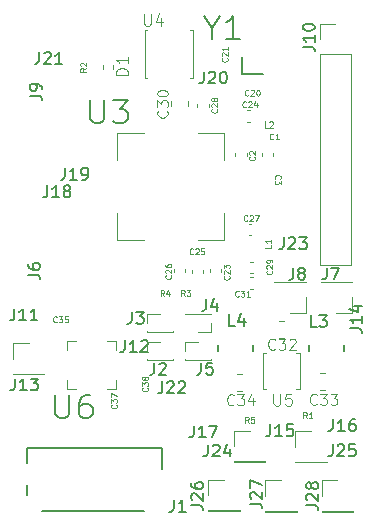
<source format=gbr>
G04 #@! TF.GenerationSoftware,KiCad,Pcbnew,(5.1.0)-1*
G04 #@! TF.CreationDate,2019-07-03T18:49:27-07:00*
G04 #@! TF.ProjectId,MiniScope_V4,4d696e69-5363-46f7-9065-5f56342e6b69,rev?*
G04 #@! TF.SameCoordinates,Original*
G04 #@! TF.FileFunction,Legend,Top*
G04 #@! TF.FilePolarity,Positive*
%FSLAX46Y46*%
G04 Gerber Fmt 4.6, Leading zero omitted, Abs format (unit mm)*
G04 Created by KiCad (PCBNEW (5.1.0)-1) date 2019-07-03 18:49:27*
%MOMM*%
%LPD*%
G04 APERTURE LIST*
%ADD10C,0.100000*%
%ADD11C,0.120000*%
%ADD12C,0.150000*%
%ADD13C,0.200000*%
%ADD14C,0.050000*%
%ADD15C,0.090000*%
G04 APERTURE END LIST*
D10*
X145652400Y-108949400D02*
X145652400Y-106684400D01*
X143387400Y-108949400D02*
X145652400Y-108949400D01*
X136592400Y-108949400D02*
X136592400Y-106684400D01*
X138857400Y-108949400D02*
X136592400Y-108949400D01*
X136592400Y-99889400D02*
X136592400Y-102154400D01*
X138857400Y-99889400D02*
X136592400Y-99889400D01*
X145652400Y-99889400D02*
X145652400Y-102154400D01*
X143387400Y-99889400D02*
X145652400Y-99889400D01*
D11*
X151670000Y-125120000D02*
X153000000Y-125120000D01*
X151670000Y-126450000D02*
X151670000Y-125120000D01*
X151670000Y-127720000D02*
X154330000Y-127720000D01*
X154330000Y-127720000D02*
X154330000Y-127780000D01*
X151670000Y-127720000D02*
X151670000Y-127780000D01*
X151670000Y-127780000D02*
X154330000Y-127780000D01*
X153890000Y-129310000D02*
X155220000Y-129310000D01*
X153890000Y-130640000D02*
X153890000Y-129310000D01*
X153890000Y-131910000D02*
X156550000Y-131910000D01*
X156550000Y-131910000D02*
X156550000Y-131970000D01*
X153890000Y-131910000D02*
X153890000Y-131970000D01*
X153890000Y-131970000D02*
X156550000Y-131970000D01*
X149120000Y-129310000D02*
X150450000Y-129310000D01*
X149120000Y-130640000D02*
X149120000Y-129310000D01*
X149120000Y-131910000D02*
X151780000Y-131910000D01*
X151780000Y-131910000D02*
X151780000Y-131970000D01*
X149120000Y-131910000D02*
X149120000Y-131970000D01*
X149120000Y-131970000D02*
X151780000Y-131970000D01*
X144300000Y-129260000D02*
X145630000Y-129260000D01*
X144300000Y-130590000D02*
X144300000Y-129260000D01*
X144300000Y-131860000D02*
X146960000Y-131860000D01*
X146960000Y-131860000D02*
X146960000Y-131920000D01*
X144300000Y-131860000D02*
X144300000Y-131920000D01*
X144300000Y-131920000D02*
X146960000Y-131920000D01*
X152540000Y-115140000D02*
X151210000Y-115140000D01*
X152540000Y-113810000D02*
X152540000Y-115140000D01*
X152540000Y-112540000D02*
X149880000Y-112540000D01*
X149880000Y-112540000D02*
X149880000Y-112480000D01*
X152540000Y-112540000D02*
X152540000Y-112480000D01*
X152540000Y-112480000D02*
X149880000Y-112480000D01*
X156460000Y-115160000D02*
X155130000Y-115160000D01*
X156460000Y-113830000D02*
X156460000Y-115160000D01*
X156460000Y-112560000D02*
X153800000Y-112560000D01*
X153800000Y-112560000D02*
X153800000Y-112500000D01*
X156460000Y-112560000D02*
X156460000Y-112500000D01*
X156460000Y-112500000D02*
X153800000Y-112500000D01*
X146450000Y-125110000D02*
X147780000Y-125110000D01*
X146450000Y-126440000D02*
X146450000Y-125110000D01*
X146450000Y-127710000D02*
X149110000Y-127710000D01*
X149110000Y-127710000D02*
X149110000Y-127770000D01*
X146450000Y-127710000D02*
X146450000Y-127770000D01*
X146450000Y-127770000D02*
X149110000Y-127770000D01*
X127750000Y-117670000D02*
X129080000Y-117670000D01*
X127750000Y-119000000D02*
X127750000Y-117670000D01*
X127750000Y-120270000D02*
X130410000Y-120270000D01*
X130410000Y-120270000D02*
X130410000Y-120330000D01*
X127750000Y-120270000D02*
X127750000Y-120330000D01*
X127750000Y-120330000D02*
X130410000Y-120330000D01*
X153711600Y-90643400D02*
X155041600Y-90643400D01*
X153711600Y-91973400D02*
X153711600Y-90643400D01*
X153711600Y-93243400D02*
X156371600Y-93243400D01*
X156371600Y-93243400D02*
X156371600Y-111083400D01*
X153711600Y-93243400D02*
X153711600Y-111083400D01*
X153711600Y-111083400D02*
X156371600Y-111083400D01*
X139108160Y-115206240D02*
X140218160Y-115206240D01*
X139108160Y-115966240D02*
X139108160Y-115206240D01*
X140781631Y-116726240D02*
X141328160Y-116726240D01*
X139108160Y-116726240D02*
X139654689Y-116726240D01*
X141328160Y-116726240D02*
X141328160Y-116661240D01*
X139108160Y-116726240D02*
X139108160Y-116661240D01*
X139108160Y-116726240D02*
X141328160Y-116726240D01*
X144533640Y-116726240D02*
X143423640Y-116726240D01*
X144533640Y-115966240D02*
X144533640Y-116726240D01*
X142860169Y-115206240D02*
X142313640Y-115206240D01*
X144533640Y-115206240D02*
X143987111Y-115206240D01*
X142313640Y-115206240D02*
X142313640Y-115271240D01*
X144533640Y-115206240D02*
X144533640Y-115271240D01*
X144533640Y-115206240D02*
X142313640Y-115206240D01*
X142300000Y-117590000D02*
X143410000Y-117590000D01*
X142300000Y-118350000D02*
X142300000Y-117590000D01*
X143973471Y-119110000D02*
X144520000Y-119110000D01*
X142300000Y-119110000D02*
X142846529Y-119110000D01*
X144520000Y-119110000D02*
X144520000Y-119045000D01*
X142300000Y-119110000D02*
X142300000Y-119045000D01*
X142300000Y-119110000D02*
X144520000Y-119110000D01*
X139118320Y-117604000D02*
X140228320Y-117604000D01*
X139118320Y-118364000D02*
X139118320Y-117604000D01*
X140791791Y-119124000D02*
X141338320Y-119124000D01*
X139118320Y-119124000D02*
X139664849Y-119124000D01*
X141338320Y-119124000D02*
X141338320Y-119059000D01*
X139118320Y-119124000D02*
X139118320Y-119059000D01*
X139118320Y-119124000D02*
X141338320Y-119124000D01*
D10*
X146590399Y-101613041D02*
X146590399Y-101863041D01*
X147550399Y-101613041D02*
X147550399Y-101863041D01*
X147585440Y-98940560D02*
X147835440Y-98940560D01*
X147585440Y-97980560D02*
X147835440Y-97980560D01*
X148800399Y-101613041D02*
X148800399Y-101863041D01*
X149760399Y-101613041D02*
X149760399Y-101863041D01*
X136441400Y-121577200D02*
X136441400Y-120817200D01*
X135681400Y-121577200D02*
X136441400Y-121577200D01*
X132341400Y-121577200D02*
X132341400Y-120817200D01*
X133101400Y-121577200D02*
X132341400Y-121577200D01*
X132341400Y-117477200D02*
X132341400Y-118237200D01*
X133101400Y-117477200D02*
X132341400Y-117477200D01*
X136441400Y-117477200D02*
X136441400Y-118237200D01*
X135681400Y-117477200D02*
X136441400Y-117477200D01*
D12*
X128940600Y-129738200D02*
X128940600Y-130538200D01*
X138840600Y-131938200D02*
X130240600Y-131938200D01*
X140340600Y-126538200D02*
X140340600Y-128338200D01*
X128940600Y-126538200D02*
X128940600Y-127838200D01*
X140340600Y-126538200D02*
X128940600Y-126538200D01*
X152779600Y-118353360D02*
X152779600Y-117853360D01*
X155779600Y-117853360D02*
X155779600Y-118353360D01*
D10*
X148919600Y-118515800D02*
X149189600Y-118515800D01*
X148919600Y-121615800D02*
X148919600Y-118515800D01*
X149189600Y-121615800D02*
X148919600Y-121615800D01*
X152019600Y-118515800D02*
X151749600Y-118515800D01*
X152019600Y-121615800D02*
X152019600Y-118515800D01*
X151749600Y-121615800D02*
X152019600Y-121615800D01*
X138914600Y-91188000D02*
X139109600Y-91188000D01*
X138914600Y-95248000D02*
X138914600Y-91188000D01*
X139109600Y-95248000D02*
X138914600Y-95248000D01*
X142974600Y-91188000D02*
X142779600Y-91188000D01*
X142974600Y-95248000D02*
X142974600Y-91188000D01*
X142779600Y-95248000D02*
X142974600Y-95248000D01*
X136238400Y-94505200D02*
X136238400Y-94115200D01*
X135338400Y-94505200D02*
X135338400Y-94115200D01*
D12*
X147116800Y-94945200D02*
X148945600Y-94945200D01*
X147116800Y-93446600D02*
X147116800Y-94945200D01*
X145113880Y-118322880D02*
X145113880Y-117822880D01*
X148113880Y-117822880D02*
X148113880Y-118322880D01*
D10*
X146744160Y-121725920D02*
X147154160Y-121725920D01*
X146744160Y-120325920D02*
X147154160Y-120325920D01*
X154157360Y-120229400D02*
X153747360Y-120229400D01*
X154157360Y-121629400D02*
X153747360Y-121629400D01*
X150718200Y-115855520D02*
X150308200Y-115855520D01*
X150718200Y-117255520D02*
X150308200Y-117255520D01*
X147790080Y-113083280D02*
X148040080Y-113083280D01*
X147790080Y-112123280D02*
X148040080Y-112123280D01*
X142559000Y-97606800D02*
X142559000Y-97196800D01*
X141159000Y-97606800D02*
X141159000Y-97196800D01*
X147790080Y-111762480D02*
X148040080Y-111762480D01*
X147790080Y-110802480D02*
X148040080Y-110802480D01*
X144320200Y-97743000D02*
X144320200Y-97493000D01*
X143360200Y-97743000D02*
X143360200Y-97493000D01*
X147697200Y-108557000D02*
X147947200Y-108557000D01*
X147697200Y-107597000D02*
X147947200Y-107597000D01*
X141358680Y-111452120D02*
X141358680Y-111702120D01*
X142318680Y-111452120D02*
X142318680Y-111702120D01*
X142908080Y-111482600D02*
X142908080Y-111732600D01*
X143868080Y-111482600D02*
X143868080Y-111732600D01*
X144432080Y-111457200D02*
X144432080Y-111707200D01*
X145392080Y-111457200D02*
X145392080Y-111707200D01*
D13*
X134315390Y-97101161D02*
X134315390Y-98720209D01*
X134410628Y-98910685D01*
X134505866Y-99005923D01*
X134696342Y-99101161D01*
X135077295Y-99101161D01*
X135267771Y-99005923D01*
X135363009Y-98910685D01*
X135458247Y-98720209D01*
X135458247Y-97101161D01*
X136220152Y-97101161D02*
X137458247Y-97101161D01*
X136791580Y-97863066D01*
X137077295Y-97863066D01*
X137267771Y-97958304D01*
X137363009Y-98053542D01*
X137458247Y-98244019D01*
X137458247Y-98720209D01*
X137363009Y-98910685D01*
X137267771Y-99005923D01*
X137077295Y-99101161D01*
X136505866Y-99101161D01*
X136315390Y-99005923D01*
X136220152Y-98910685D01*
D12*
X154810476Y-126272380D02*
X154810476Y-126986666D01*
X154762857Y-127129523D01*
X154667619Y-127224761D01*
X154524761Y-127272380D01*
X154429523Y-127272380D01*
X155239047Y-126367619D02*
X155286666Y-126320000D01*
X155381904Y-126272380D01*
X155620000Y-126272380D01*
X155715238Y-126320000D01*
X155762857Y-126367619D01*
X155810476Y-126462857D01*
X155810476Y-126558095D01*
X155762857Y-126700952D01*
X155191428Y-127272380D01*
X155810476Y-127272380D01*
X156715238Y-126272380D02*
X156239047Y-126272380D01*
X156191428Y-126748571D01*
X156239047Y-126700952D01*
X156334285Y-126653333D01*
X156572380Y-126653333D01*
X156667619Y-126700952D01*
X156715238Y-126748571D01*
X156762857Y-126843809D01*
X156762857Y-127081904D01*
X156715238Y-127177142D01*
X156667619Y-127224761D01*
X156572380Y-127272380D01*
X156334285Y-127272380D01*
X156239047Y-127224761D01*
X156191428Y-127177142D01*
X152592380Y-131429523D02*
X153306666Y-131429523D01*
X153449523Y-131477142D01*
X153544761Y-131572380D01*
X153592380Y-131715238D01*
X153592380Y-131810476D01*
X152687619Y-131000952D02*
X152640000Y-130953333D01*
X152592380Y-130858095D01*
X152592380Y-130620000D01*
X152640000Y-130524761D01*
X152687619Y-130477142D01*
X152782857Y-130429523D01*
X152878095Y-130429523D01*
X153020952Y-130477142D01*
X153592380Y-131048571D01*
X153592380Y-130429523D01*
X153020952Y-129858095D02*
X152973333Y-129953333D01*
X152925714Y-130000952D01*
X152830476Y-130048571D01*
X152782857Y-130048571D01*
X152687619Y-130000952D01*
X152640000Y-129953333D01*
X152592380Y-129858095D01*
X152592380Y-129667619D01*
X152640000Y-129572380D01*
X152687619Y-129524761D01*
X152782857Y-129477142D01*
X152830476Y-129477142D01*
X152925714Y-129524761D01*
X152973333Y-129572380D01*
X153020952Y-129667619D01*
X153020952Y-129858095D01*
X153068571Y-129953333D01*
X153116190Y-130000952D01*
X153211428Y-130048571D01*
X153401904Y-130048571D01*
X153497142Y-130000952D01*
X153544761Y-129953333D01*
X153592380Y-129858095D01*
X153592380Y-129667619D01*
X153544761Y-129572380D01*
X153497142Y-129524761D01*
X153401904Y-129477142D01*
X153211428Y-129477142D01*
X153116190Y-129524761D01*
X153068571Y-129572380D01*
X153020952Y-129667619D01*
X147842380Y-131299523D02*
X148556666Y-131299523D01*
X148699523Y-131347142D01*
X148794761Y-131442380D01*
X148842380Y-131585238D01*
X148842380Y-131680476D01*
X147937619Y-130870952D02*
X147890000Y-130823333D01*
X147842380Y-130728095D01*
X147842380Y-130490000D01*
X147890000Y-130394761D01*
X147937619Y-130347142D01*
X148032857Y-130299523D01*
X148128095Y-130299523D01*
X148270952Y-130347142D01*
X148842380Y-130918571D01*
X148842380Y-130299523D01*
X147842380Y-129966190D02*
X147842380Y-129299523D01*
X148842380Y-129728095D01*
X142822380Y-131419523D02*
X143536666Y-131419523D01*
X143679523Y-131467142D01*
X143774761Y-131562380D01*
X143822380Y-131705238D01*
X143822380Y-131800476D01*
X142917619Y-130990952D02*
X142870000Y-130943333D01*
X142822380Y-130848095D01*
X142822380Y-130610000D01*
X142870000Y-130514761D01*
X142917619Y-130467142D01*
X143012857Y-130419523D01*
X143108095Y-130419523D01*
X143250952Y-130467142D01*
X143822380Y-131038571D01*
X143822380Y-130419523D01*
X142822380Y-129562380D02*
X142822380Y-129752857D01*
X142870000Y-129848095D01*
X142917619Y-129895714D01*
X143060476Y-129990952D01*
X143250952Y-130038571D01*
X143631904Y-130038571D01*
X143727142Y-129990952D01*
X143774761Y-129943333D01*
X143822380Y-129848095D01*
X143822380Y-129657619D01*
X143774761Y-129562380D01*
X143727142Y-129514761D01*
X143631904Y-129467142D01*
X143393809Y-129467142D01*
X143298571Y-129514761D01*
X143250952Y-129562380D01*
X143203333Y-129657619D01*
X143203333Y-129848095D01*
X143250952Y-129943333D01*
X143298571Y-129990952D01*
X143393809Y-130038571D01*
X151483066Y-111310980D02*
X151483066Y-112025266D01*
X151435447Y-112168123D01*
X151340209Y-112263361D01*
X151197352Y-112310980D01*
X151102114Y-112310980D01*
X152102114Y-111739552D02*
X152006876Y-111691933D01*
X151959257Y-111644314D01*
X151911638Y-111549076D01*
X151911638Y-111501457D01*
X151959257Y-111406219D01*
X152006876Y-111358600D01*
X152102114Y-111310980D01*
X152292590Y-111310980D01*
X152387828Y-111358600D01*
X152435447Y-111406219D01*
X152483066Y-111501457D01*
X152483066Y-111549076D01*
X152435447Y-111644314D01*
X152387828Y-111691933D01*
X152292590Y-111739552D01*
X152102114Y-111739552D01*
X152006876Y-111787171D01*
X151959257Y-111834790D01*
X151911638Y-111930028D01*
X151911638Y-112120504D01*
X151959257Y-112215742D01*
X152006876Y-112263361D01*
X152102114Y-112310980D01*
X152292590Y-112310980D01*
X152387828Y-112263361D01*
X152435447Y-112215742D01*
X152483066Y-112120504D01*
X152483066Y-111930028D01*
X152435447Y-111834790D01*
X152387828Y-111787171D01*
X152292590Y-111739552D01*
X154326166Y-111300980D02*
X154326166Y-112015266D01*
X154278547Y-112158123D01*
X154183309Y-112253361D01*
X154040452Y-112300980D01*
X153945214Y-112300980D01*
X154707119Y-111300980D02*
X155373785Y-111300980D01*
X154945214Y-112300980D01*
X144240476Y-126292380D02*
X144240476Y-127006666D01*
X144192857Y-127149523D01*
X144097619Y-127244761D01*
X143954761Y-127292380D01*
X143859523Y-127292380D01*
X144669047Y-126387619D02*
X144716666Y-126340000D01*
X144811904Y-126292380D01*
X145050000Y-126292380D01*
X145145238Y-126340000D01*
X145192857Y-126387619D01*
X145240476Y-126482857D01*
X145240476Y-126578095D01*
X145192857Y-126720952D01*
X144621428Y-127292380D01*
X145240476Y-127292380D01*
X146097619Y-126625714D02*
X146097619Y-127292380D01*
X145859523Y-126244761D02*
X145621428Y-126959047D01*
X146240476Y-126959047D01*
X127911476Y-120693380D02*
X127911476Y-121407666D01*
X127863857Y-121550523D01*
X127768619Y-121645761D01*
X127625761Y-121693380D01*
X127530523Y-121693380D01*
X128911476Y-121693380D02*
X128340047Y-121693380D01*
X128625761Y-121693380D02*
X128625761Y-120693380D01*
X128530523Y-120836238D01*
X128435285Y-120931476D01*
X128340047Y-120979095D01*
X129244809Y-120693380D02*
X129863857Y-120693380D01*
X129530523Y-121074333D01*
X129673380Y-121074333D01*
X129768619Y-121121952D01*
X129816238Y-121169571D01*
X129863857Y-121264809D01*
X129863857Y-121502904D01*
X129816238Y-121598142D01*
X129768619Y-121645761D01*
X129673380Y-121693380D01*
X129387666Y-121693380D01*
X129292428Y-121645761D01*
X129244809Y-121598142D01*
X152292380Y-92609523D02*
X153006666Y-92609523D01*
X153149523Y-92657142D01*
X153244761Y-92752380D01*
X153292380Y-92895238D01*
X153292380Y-92990476D01*
X153292380Y-91609523D02*
X153292380Y-92180952D01*
X153292380Y-91895238D02*
X152292380Y-91895238D01*
X152435238Y-91990476D01*
X152530476Y-92085714D01*
X152578095Y-92180952D01*
X152292380Y-90990476D02*
X152292380Y-90895238D01*
X152340000Y-90800000D01*
X152387619Y-90752380D01*
X152482857Y-90704761D01*
X152673333Y-90657142D01*
X152911428Y-90657142D01*
X153101904Y-90704761D01*
X153197142Y-90752380D01*
X153244761Y-90800000D01*
X153292380Y-90895238D01*
X153292380Y-90990476D01*
X153244761Y-91085714D01*
X153197142Y-91133333D01*
X153101904Y-91180952D01*
X152911428Y-91228571D01*
X152673333Y-91228571D01*
X152482857Y-91180952D01*
X152387619Y-91133333D01*
X152340000Y-91085714D01*
X152292380Y-90990476D01*
D14*
X147716666Y-124446190D02*
X147550000Y-124208095D01*
X147430952Y-124446190D02*
X147430952Y-123946190D01*
X147621428Y-123946190D01*
X147669047Y-123970000D01*
X147692857Y-123993809D01*
X147716666Y-124041428D01*
X147716666Y-124112857D01*
X147692857Y-124160476D01*
X147669047Y-124184285D01*
X147621428Y-124208095D01*
X147430952Y-124208095D01*
X148169047Y-123946190D02*
X147930952Y-123946190D01*
X147907142Y-124184285D01*
X147930952Y-124160476D01*
X147978571Y-124136666D01*
X148097619Y-124136666D01*
X148145238Y-124160476D01*
X148169047Y-124184285D01*
X148192857Y-124231904D01*
X148192857Y-124350952D01*
X148169047Y-124398571D01*
X148145238Y-124422380D01*
X148097619Y-124446190D01*
X147978571Y-124446190D01*
X147930952Y-124422380D01*
X147907142Y-124398571D01*
X152636666Y-124056190D02*
X152470000Y-123818095D01*
X152350952Y-124056190D02*
X152350952Y-123556190D01*
X152541428Y-123556190D01*
X152589047Y-123580000D01*
X152612857Y-123603809D01*
X152636666Y-123651428D01*
X152636666Y-123722857D01*
X152612857Y-123770476D01*
X152589047Y-123794285D01*
X152541428Y-123818095D01*
X152350952Y-123818095D01*
X153112857Y-124056190D02*
X152827142Y-124056190D01*
X152970000Y-124056190D02*
X152970000Y-123556190D01*
X152922380Y-123627619D01*
X152874761Y-123675238D01*
X152827142Y-123699047D01*
D12*
X137806666Y-115052380D02*
X137806666Y-115766666D01*
X137759047Y-115909523D01*
X137663809Y-116004761D01*
X137520952Y-116052380D01*
X137425714Y-116052380D01*
X138187619Y-115052380D02*
X138806666Y-115052380D01*
X138473333Y-115433333D01*
X138616190Y-115433333D01*
X138711428Y-115480952D01*
X138759047Y-115528571D01*
X138806666Y-115623809D01*
X138806666Y-115861904D01*
X138759047Y-115957142D01*
X138711428Y-116004761D01*
X138616190Y-116052380D01*
X138330476Y-116052380D01*
X138235238Y-116004761D01*
X138187619Y-115957142D01*
X144106666Y-113952380D02*
X144106666Y-114666666D01*
X144059047Y-114809523D01*
X143963809Y-114904761D01*
X143820952Y-114952380D01*
X143725714Y-114952380D01*
X145011428Y-114285714D02*
X145011428Y-114952380D01*
X144773333Y-113904761D02*
X144535238Y-114619047D01*
X145154285Y-114619047D01*
X143676666Y-119362380D02*
X143676666Y-120076666D01*
X143629047Y-120219523D01*
X143533809Y-120314761D01*
X143390952Y-120362380D01*
X143295714Y-120362380D01*
X144629047Y-119362380D02*
X144152857Y-119362380D01*
X144105238Y-119838571D01*
X144152857Y-119790952D01*
X144248095Y-119743333D01*
X144486190Y-119743333D01*
X144581428Y-119790952D01*
X144629047Y-119838571D01*
X144676666Y-119933809D01*
X144676666Y-120171904D01*
X144629047Y-120267142D01*
X144581428Y-120314761D01*
X144486190Y-120362380D01*
X144248095Y-120362380D01*
X144152857Y-120314761D01*
X144105238Y-120267142D01*
X139706666Y-119382380D02*
X139706666Y-120096666D01*
X139659047Y-120239523D01*
X139563809Y-120334761D01*
X139420952Y-120382380D01*
X139325714Y-120382380D01*
X140135238Y-119477619D02*
X140182857Y-119430000D01*
X140278095Y-119382380D01*
X140516190Y-119382380D01*
X140611428Y-119430000D01*
X140659047Y-119477619D01*
X140706666Y-119572857D01*
X140706666Y-119668095D01*
X140659047Y-119810952D01*
X140087619Y-120382380D01*
X140706666Y-120382380D01*
X150670476Y-108742380D02*
X150670476Y-109456666D01*
X150622857Y-109599523D01*
X150527619Y-109694761D01*
X150384761Y-109742380D01*
X150289523Y-109742380D01*
X151099047Y-108837619D02*
X151146666Y-108790000D01*
X151241904Y-108742380D01*
X151480000Y-108742380D01*
X151575238Y-108790000D01*
X151622857Y-108837619D01*
X151670476Y-108932857D01*
X151670476Y-109028095D01*
X151622857Y-109170952D01*
X151051428Y-109742380D01*
X151670476Y-109742380D01*
X152003809Y-108742380D02*
X152622857Y-108742380D01*
X152289523Y-109123333D01*
X152432380Y-109123333D01*
X152527619Y-109170952D01*
X152575238Y-109218571D01*
X152622857Y-109313809D01*
X152622857Y-109551904D01*
X152575238Y-109647142D01*
X152527619Y-109694761D01*
X152432380Y-109742380D01*
X152146666Y-109742380D01*
X152051428Y-109694761D01*
X152003809Y-109647142D01*
D14*
X148198970Y-101921374D02*
X148222779Y-101945183D01*
X148246589Y-102016612D01*
X148246589Y-102064231D01*
X148222779Y-102135660D01*
X148175160Y-102183279D01*
X148127541Y-102207088D01*
X148032303Y-102230898D01*
X147960875Y-102230898D01*
X147865637Y-102207088D01*
X147818018Y-102183279D01*
X147770399Y-102135660D01*
X147746589Y-102064231D01*
X147746589Y-102016612D01*
X147770399Y-101945183D01*
X147794208Y-101921374D01*
X147794208Y-101730898D02*
X147770399Y-101707088D01*
X147746589Y-101659469D01*
X147746589Y-101540421D01*
X147770399Y-101492802D01*
X147794208Y-101468993D01*
X147841827Y-101445183D01*
X147889446Y-101445183D01*
X147960875Y-101468993D01*
X148246589Y-101754707D01*
X148246589Y-101445183D01*
X147489011Y-97689131D02*
X147465201Y-97712940D01*
X147393773Y-97736750D01*
X147346154Y-97736750D01*
X147274725Y-97712940D01*
X147227106Y-97665321D01*
X147203297Y-97617702D01*
X147179487Y-97522464D01*
X147179487Y-97451036D01*
X147203297Y-97355798D01*
X147227106Y-97308179D01*
X147274725Y-97260560D01*
X147346154Y-97236750D01*
X147393773Y-97236750D01*
X147465201Y-97260560D01*
X147489011Y-97284369D01*
X147679487Y-97284369D02*
X147703297Y-97260560D01*
X147750916Y-97236750D01*
X147869963Y-97236750D01*
X147917582Y-97260560D01*
X147941392Y-97284369D01*
X147965201Y-97331988D01*
X147965201Y-97379607D01*
X147941392Y-97451036D01*
X147655678Y-97736750D01*
X147965201Y-97736750D01*
X148393773Y-97403417D02*
X148393773Y-97736750D01*
X148274725Y-97212940D02*
X148155678Y-97570083D01*
X148465201Y-97570083D01*
X149316133Y-99447638D02*
X149068514Y-99447638D01*
X149068514Y-98927638D01*
X149464704Y-98977161D02*
X149489466Y-98952400D01*
X149538990Y-98927638D01*
X149662800Y-98927638D01*
X149712323Y-98952400D01*
X149737085Y-98977161D01*
X149761847Y-99026685D01*
X149761847Y-99076209D01*
X149737085Y-99150495D01*
X149439942Y-99447638D01*
X149761847Y-99447638D01*
D12*
X140389076Y-120940580D02*
X140389076Y-121654866D01*
X140341457Y-121797723D01*
X140246219Y-121892961D01*
X140103361Y-121940580D01*
X140008123Y-121940580D01*
X140817647Y-121035819D02*
X140865266Y-120988200D01*
X140960504Y-120940580D01*
X141198600Y-120940580D01*
X141293838Y-120988200D01*
X141341457Y-121035819D01*
X141389076Y-121131057D01*
X141389076Y-121226295D01*
X141341457Y-121369152D01*
X140770028Y-121940580D01*
X141389076Y-121940580D01*
X141770028Y-121035819D02*
X141817647Y-120988200D01*
X141912885Y-120940580D01*
X142150980Y-120940580D01*
X142246219Y-120988200D01*
X142293838Y-121035819D01*
X142341457Y-121131057D01*
X142341457Y-121226295D01*
X142293838Y-121369152D01*
X141722409Y-121940580D01*
X142341457Y-121940580D01*
X143894276Y-94702380D02*
X143894276Y-95416666D01*
X143846657Y-95559523D01*
X143751419Y-95654761D01*
X143608561Y-95702380D01*
X143513323Y-95702380D01*
X144322847Y-94797619D02*
X144370466Y-94750000D01*
X144465704Y-94702380D01*
X144703800Y-94702380D01*
X144799038Y-94750000D01*
X144846657Y-94797619D01*
X144894276Y-94892857D01*
X144894276Y-94988095D01*
X144846657Y-95130952D01*
X144275228Y-95702380D01*
X144894276Y-95702380D01*
X145513323Y-94702380D02*
X145608561Y-94702380D01*
X145703800Y-94750000D01*
X145751419Y-94797619D01*
X145799038Y-94892857D01*
X145846657Y-95083333D01*
X145846657Y-95321428D01*
X145799038Y-95511904D01*
X145751419Y-95607142D01*
X145703800Y-95654761D01*
X145608561Y-95702380D01*
X145513323Y-95702380D01*
X145418085Y-95654761D01*
X145370466Y-95607142D01*
X145322847Y-95511904D01*
X145275228Y-95321428D01*
X145275228Y-95083333D01*
X145322847Y-94892857D01*
X145370466Y-94797619D01*
X145418085Y-94750000D01*
X145513323Y-94702380D01*
X129960476Y-93062380D02*
X129960476Y-93776666D01*
X129912857Y-93919523D01*
X129817619Y-94014761D01*
X129674761Y-94062380D01*
X129579523Y-94062380D01*
X130389047Y-93157619D02*
X130436666Y-93110000D01*
X130531904Y-93062380D01*
X130770000Y-93062380D01*
X130865238Y-93110000D01*
X130912857Y-93157619D01*
X130960476Y-93252857D01*
X130960476Y-93348095D01*
X130912857Y-93490952D01*
X130341428Y-94062380D01*
X130960476Y-94062380D01*
X131912857Y-94062380D02*
X131341428Y-94062380D01*
X131627142Y-94062380D02*
X131627142Y-93062380D01*
X131531904Y-93205238D01*
X131436666Y-93300476D01*
X131341428Y-93348095D01*
X132159476Y-102855780D02*
X132159476Y-103570066D01*
X132111857Y-103712923D01*
X132016619Y-103808161D01*
X131873761Y-103855780D01*
X131778523Y-103855780D01*
X133159476Y-103855780D02*
X132588047Y-103855780D01*
X132873761Y-103855780D02*
X132873761Y-102855780D01*
X132778523Y-102998638D01*
X132683285Y-103093876D01*
X132588047Y-103141495D01*
X133635666Y-103855780D02*
X133826142Y-103855780D01*
X133921380Y-103808161D01*
X133969000Y-103760542D01*
X134064238Y-103617685D01*
X134111857Y-103427209D01*
X134111857Y-103046257D01*
X134064238Y-102951019D01*
X134016619Y-102903400D01*
X133921380Y-102855780D01*
X133730904Y-102855780D01*
X133635666Y-102903400D01*
X133588047Y-102951019D01*
X133540428Y-103046257D01*
X133540428Y-103284352D01*
X133588047Y-103379590D01*
X133635666Y-103427209D01*
X133730904Y-103474828D01*
X133921380Y-103474828D01*
X134016619Y-103427209D01*
X134064238Y-103379590D01*
X134111857Y-103284352D01*
X130651876Y-104349180D02*
X130651876Y-105063466D01*
X130604257Y-105206323D01*
X130509019Y-105301561D01*
X130366161Y-105349180D01*
X130270923Y-105349180D01*
X131651876Y-105349180D02*
X131080447Y-105349180D01*
X131366161Y-105349180D02*
X131366161Y-104349180D01*
X131270923Y-104492038D01*
X131175685Y-104587276D01*
X131080447Y-104634895D01*
X132223304Y-104777752D02*
X132128066Y-104730133D01*
X132080447Y-104682514D01*
X132032828Y-104587276D01*
X132032828Y-104539657D01*
X132080447Y-104444419D01*
X132128066Y-104396800D01*
X132223304Y-104349180D01*
X132413780Y-104349180D01*
X132509019Y-104396800D01*
X132556638Y-104444419D01*
X132604257Y-104539657D01*
X132604257Y-104587276D01*
X132556638Y-104682514D01*
X132509019Y-104730133D01*
X132413780Y-104777752D01*
X132223304Y-104777752D01*
X132128066Y-104825371D01*
X132080447Y-104872990D01*
X132032828Y-104968228D01*
X132032828Y-105158704D01*
X132080447Y-105253942D01*
X132128066Y-105301561D01*
X132223304Y-105349180D01*
X132413780Y-105349180D01*
X132509019Y-105301561D01*
X132556638Y-105253942D01*
X132604257Y-105158704D01*
X132604257Y-104968228D01*
X132556638Y-104872990D01*
X132509019Y-104825371D01*
X132413780Y-104777752D01*
X143056076Y-124674380D02*
X143056076Y-125388666D01*
X143008457Y-125531523D01*
X142913219Y-125626761D01*
X142770361Y-125674380D01*
X142675123Y-125674380D01*
X144056076Y-125674380D02*
X143484647Y-125674380D01*
X143770361Y-125674380D02*
X143770361Y-124674380D01*
X143675123Y-124817238D01*
X143579885Y-124912476D01*
X143484647Y-124960095D01*
X144389409Y-124674380D02*
X145056076Y-124674380D01*
X144627504Y-125674380D01*
X154841676Y-124140980D02*
X154841676Y-124855266D01*
X154794057Y-124998123D01*
X154698819Y-125093361D01*
X154555961Y-125140980D01*
X154460723Y-125140980D01*
X155841676Y-125140980D02*
X155270247Y-125140980D01*
X155555961Y-125140980D02*
X155555961Y-124140980D01*
X155460723Y-124283838D01*
X155365485Y-124379076D01*
X155270247Y-124426695D01*
X156698819Y-124140980D02*
X156508342Y-124140980D01*
X156413104Y-124188600D01*
X156365485Y-124236219D01*
X156270247Y-124379076D01*
X156222628Y-124569552D01*
X156222628Y-124950504D01*
X156270247Y-125045742D01*
X156317866Y-125093361D01*
X156413104Y-125140980D01*
X156603580Y-125140980D01*
X156698819Y-125093361D01*
X156746438Y-125045742D01*
X156794057Y-124950504D01*
X156794057Y-124712409D01*
X156746438Y-124617171D01*
X156698819Y-124569552D01*
X156603580Y-124521933D01*
X156413104Y-124521933D01*
X156317866Y-124569552D01*
X156270247Y-124617171D01*
X156222628Y-124712409D01*
X149533076Y-124572780D02*
X149533076Y-125287066D01*
X149485457Y-125429923D01*
X149390219Y-125525161D01*
X149247361Y-125572780D01*
X149152123Y-125572780D01*
X150533076Y-125572780D02*
X149961647Y-125572780D01*
X150247361Y-125572780D02*
X150247361Y-124572780D01*
X150152123Y-124715638D01*
X150056885Y-124810876D01*
X149961647Y-124858495D01*
X151437838Y-124572780D02*
X150961647Y-124572780D01*
X150914028Y-125048971D01*
X150961647Y-125001352D01*
X151056885Y-124953733D01*
X151294980Y-124953733D01*
X151390219Y-125001352D01*
X151437838Y-125048971D01*
X151485457Y-125144209D01*
X151485457Y-125382304D01*
X151437838Y-125477542D01*
X151390219Y-125525161D01*
X151294980Y-125572780D01*
X151056885Y-125572780D01*
X150961647Y-125525161D01*
X150914028Y-125477542D01*
X156292380Y-116429523D02*
X157006666Y-116429523D01*
X157149523Y-116477142D01*
X157244761Y-116572380D01*
X157292380Y-116715238D01*
X157292380Y-116810476D01*
X157292380Y-115429523D02*
X157292380Y-116000952D01*
X157292380Y-115715238D02*
X156292380Y-115715238D01*
X156435238Y-115810476D01*
X156530476Y-115905714D01*
X156578095Y-116000952D01*
X156625714Y-114572380D02*
X157292380Y-114572380D01*
X156244761Y-114810476D02*
X156959047Y-115048571D01*
X156959047Y-114429523D01*
X137214076Y-117460780D02*
X137214076Y-118175066D01*
X137166457Y-118317923D01*
X137071219Y-118413161D01*
X136928361Y-118460780D01*
X136833123Y-118460780D01*
X138214076Y-118460780D02*
X137642647Y-118460780D01*
X137928361Y-118460780D02*
X137928361Y-117460780D01*
X137833123Y-117603638D01*
X137737885Y-117698876D01*
X137642647Y-117746495D01*
X138595028Y-117556019D02*
X138642647Y-117508400D01*
X138737885Y-117460780D01*
X138975980Y-117460780D01*
X139071219Y-117508400D01*
X139118838Y-117556019D01*
X139166457Y-117651257D01*
X139166457Y-117746495D01*
X139118838Y-117889352D01*
X138547409Y-118460780D01*
X139166457Y-118460780D01*
X127860476Y-114772380D02*
X127860476Y-115486666D01*
X127812857Y-115629523D01*
X127717619Y-115724761D01*
X127574761Y-115772380D01*
X127479523Y-115772380D01*
X128860476Y-115772380D02*
X128289047Y-115772380D01*
X128574761Y-115772380D02*
X128574761Y-114772380D01*
X128479523Y-114915238D01*
X128384285Y-115010476D01*
X128289047Y-115058095D01*
X129812857Y-115772380D02*
X129241428Y-115772380D01*
X129527142Y-115772380D02*
X129527142Y-114772380D01*
X129431904Y-114915238D01*
X129336666Y-115010476D01*
X129241428Y-115058095D01*
D14*
X149802066Y-100406971D02*
X149778257Y-100430780D01*
X149706828Y-100454590D01*
X149659209Y-100454590D01*
X149587780Y-100430780D01*
X149540161Y-100383161D01*
X149516352Y-100335542D01*
X149492542Y-100240304D01*
X149492542Y-100168876D01*
X149516352Y-100073638D01*
X149540161Y-100026019D01*
X149587780Y-99978400D01*
X149659209Y-99954590D01*
X149706828Y-99954590D01*
X149778257Y-99978400D01*
X149802066Y-100002209D01*
X150278257Y-100454590D02*
X149992542Y-100454590D01*
X150135400Y-100454590D02*
X150135400Y-99954590D01*
X150087780Y-100026019D01*
X150040161Y-100073638D01*
X149992542Y-100097447D01*
D13*
X131346190Y-122064761D02*
X131346190Y-123683809D01*
X131441428Y-123874285D01*
X131536666Y-123969523D01*
X131727142Y-124064761D01*
X132108095Y-124064761D01*
X132298571Y-123969523D01*
X132393809Y-123874285D01*
X132489047Y-123683809D01*
X132489047Y-122064761D01*
X134298571Y-122064761D02*
X133917619Y-122064761D01*
X133727142Y-122160000D01*
X133631904Y-122255238D01*
X133441428Y-122540952D01*
X133346190Y-122921904D01*
X133346190Y-123683809D01*
X133441428Y-123874285D01*
X133536666Y-123969523D01*
X133727142Y-124064761D01*
X134108095Y-124064761D01*
X134298571Y-123969523D01*
X134393809Y-123874285D01*
X134489047Y-123683809D01*
X134489047Y-123207619D01*
X134393809Y-123017142D01*
X134298571Y-122921904D01*
X134108095Y-122826666D01*
X133727142Y-122826666D01*
X133536666Y-122921904D01*
X133441428Y-123017142D01*
X133346190Y-123207619D01*
D12*
X141386666Y-130962380D02*
X141386666Y-131676666D01*
X141339047Y-131819523D01*
X141243809Y-131914761D01*
X141100952Y-131962380D01*
X141005714Y-131962380D01*
X142386666Y-131962380D02*
X141815238Y-131962380D01*
X142100952Y-131962380D02*
X142100952Y-130962380D01*
X142005714Y-131105238D01*
X141910476Y-131200476D01*
X141815238Y-131248095D01*
X153453333Y-116332380D02*
X152977142Y-116332380D01*
X152977142Y-115332380D01*
X153691428Y-115332380D02*
X154310476Y-115332380D01*
X153977142Y-115713333D01*
X154120000Y-115713333D01*
X154215238Y-115760952D01*
X154262857Y-115808571D01*
X154310476Y-115903809D01*
X154310476Y-116141904D01*
X154262857Y-116237142D01*
X154215238Y-116284761D01*
X154120000Y-116332380D01*
X153834285Y-116332380D01*
X153739047Y-116284761D01*
X153691428Y-116237142D01*
D14*
X147684371Y-96698571D02*
X147660561Y-96722380D01*
X147589133Y-96746190D01*
X147541514Y-96746190D01*
X147470085Y-96722380D01*
X147422466Y-96674761D01*
X147398657Y-96627142D01*
X147374847Y-96531904D01*
X147374847Y-96460476D01*
X147398657Y-96365238D01*
X147422466Y-96317619D01*
X147470085Y-96270000D01*
X147541514Y-96246190D01*
X147589133Y-96246190D01*
X147660561Y-96270000D01*
X147684371Y-96293809D01*
X147874847Y-96293809D02*
X147898657Y-96270000D01*
X147946276Y-96246190D01*
X148065323Y-96246190D01*
X148112942Y-96270000D01*
X148136752Y-96293809D01*
X148160561Y-96341428D01*
X148160561Y-96389047D01*
X148136752Y-96460476D01*
X147851038Y-96746190D01*
X148160561Y-96746190D01*
X148470085Y-96246190D02*
X148517704Y-96246190D01*
X148565323Y-96270000D01*
X148589133Y-96293809D01*
X148612942Y-96341428D01*
X148636752Y-96436666D01*
X148636752Y-96555714D01*
X148612942Y-96650952D01*
X148589133Y-96698571D01*
X148565323Y-96722380D01*
X148517704Y-96746190D01*
X148470085Y-96746190D01*
X148422466Y-96722380D01*
X148398657Y-96698571D01*
X148374847Y-96650952D01*
X148351038Y-96555714D01*
X148351038Y-96436666D01*
X148374847Y-96341428D01*
X148398657Y-96293809D01*
X148422466Y-96270000D01*
X148470085Y-96246190D01*
D12*
X129032380Y-111903333D02*
X129746666Y-111903333D01*
X129889523Y-111950952D01*
X129984761Y-112046190D01*
X130032380Y-112189047D01*
X130032380Y-112284285D01*
X129032380Y-110998571D02*
X129032380Y-111189047D01*
X129080000Y-111284285D01*
X129127619Y-111331904D01*
X129270476Y-111427142D01*
X129460952Y-111474761D01*
X129841904Y-111474761D01*
X129937142Y-111427142D01*
X129984761Y-111379523D01*
X130032380Y-111284285D01*
X130032380Y-111093809D01*
X129984761Y-110998571D01*
X129937142Y-110950952D01*
X129841904Y-110903333D01*
X129603809Y-110903333D01*
X129508571Y-110950952D01*
X129460952Y-110998571D01*
X129413333Y-111093809D01*
X129413333Y-111284285D01*
X129460952Y-111379523D01*
X129508571Y-111427142D01*
X129603809Y-111474761D01*
X129172380Y-96743333D02*
X129886666Y-96743333D01*
X130029523Y-96790952D01*
X130124761Y-96886190D01*
X130172380Y-97029047D01*
X130172380Y-97124285D01*
X130172380Y-96219523D02*
X130172380Y-96029047D01*
X130124761Y-95933809D01*
X130077142Y-95886190D01*
X129934285Y-95790952D01*
X129743809Y-95743333D01*
X129362857Y-95743333D01*
X129267619Y-95790952D01*
X129220000Y-95838571D01*
X129172380Y-95933809D01*
X129172380Y-96124285D01*
X129220000Y-96219523D01*
X129267619Y-96267142D01*
X129362857Y-96314761D01*
X129600952Y-96314761D01*
X129696190Y-96267142D01*
X129743809Y-96219523D01*
X129791428Y-96124285D01*
X129791428Y-95933809D01*
X129743809Y-95838571D01*
X129696190Y-95790952D01*
X129600952Y-95743333D01*
D10*
X149809295Y-121981980D02*
X149809295Y-122791504D01*
X149856914Y-122886742D01*
X149904533Y-122934361D01*
X149999771Y-122981980D01*
X150190247Y-122981980D01*
X150285485Y-122934361D01*
X150333104Y-122886742D01*
X150380723Y-122791504D01*
X150380723Y-121981980D01*
X151333104Y-121981980D02*
X150856914Y-121981980D01*
X150809295Y-122458171D01*
X150856914Y-122410552D01*
X150952152Y-122362933D01*
X151190247Y-122362933D01*
X151285485Y-122410552D01*
X151333104Y-122458171D01*
X151380723Y-122553409D01*
X151380723Y-122791504D01*
X151333104Y-122886742D01*
X151285485Y-122934361D01*
X151190247Y-122981980D01*
X150952152Y-122981980D01*
X150856914Y-122934361D01*
X150809295Y-122886742D01*
X138848095Y-89822380D02*
X138848095Y-90631904D01*
X138895714Y-90727142D01*
X138943333Y-90774761D01*
X139038571Y-90822380D01*
X139229047Y-90822380D01*
X139324285Y-90774761D01*
X139371904Y-90727142D01*
X139419523Y-90631904D01*
X139419523Y-89822380D01*
X140324285Y-90155714D02*
X140324285Y-90822380D01*
X140086190Y-89774761D02*
X139848095Y-90489047D01*
X140467142Y-90489047D01*
D14*
X140531066Y-113700690D02*
X140364400Y-113462595D01*
X140245352Y-113700690D02*
X140245352Y-113200690D01*
X140435828Y-113200690D01*
X140483447Y-113224500D01*
X140507257Y-113248309D01*
X140531066Y-113295928D01*
X140531066Y-113367357D01*
X140507257Y-113414976D01*
X140483447Y-113438785D01*
X140435828Y-113462595D01*
X140245352Y-113462595D01*
X140959638Y-113367357D02*
X140959638Y-113700690D01*
X140840590Y-113176880D02*
X140721542Y-113534023D01*
X141031066Y-113534023D01*
X142293826Y-113708310D02*
X142127160Y-113470215D01*
X142008112Y-113708310D02*
X142008112Y-113208310D01*
X142198588Y-113208310D01*
X142246207Y-113232120D01*
X142270017Y-113255929D01*
X142293826Y-113303548D01*
X142293826Y-113374977D01*
X142270017Y-113422596D01*
X142246207Y-113446405D01*
X142198588Y-113470215D01*
X142008112Y-113470215D01*
X142460493Y-113208310D02*
X142770017Y-113208310D01*
X142603350Y-113398786D01*
X142674779Y-113398786D01*
X142722398Y-113422596D01*
X142746207Y-113446405D01*
X142770017Y-113494024D01*
X142770017Y-113613072D01*
X142746207Y-113660691D01*
X142722398Y-113684500D01*
X142674779Y-113708310D01*
X142531921Y-113708310D01*
X142484302Y-113684500D01*
X142460493Y-113660691D01*
X133957190Y-94416733D02*
X133719095Y-94583400D01*
X133957190Y-94702447D02*
X133457190Y-94702447D01*
X133457190Y-94511971D01*
X133481000Y-94464352D01*
X133504809Y-94440542D01*
X133552428Y-94416733D01*
X133623857Y-94416733D01*
X133671476Y-94440542D01*
X133695285Y-94464352D01*
X133719095Y-94511971D01*
X133719095Y-94702447D01*
X133504809Y-94226257D02*
X133481000Y-94202447D01*
X133457190Y-94154828D01*
X133457190Y-94035780D01*
X133481000Y-93988161D01*
X133504809Y-93964352D01*
X133552428Y-93940542D01*
X133600047Y-93940542D01*
X133671476Y-93964352D01*
X133957190Y-94250066D01*
X133957190Y-93940542D01*
D10*
X137485380Y-94972095D02*
X136485380Y-94972095D01*
X136485380Y-94734000D01*
X136533000Y-94591142D01*
X136628238Y-94495904D01*
X136723476Y-94448285D01*
X136913952Y-94400666D01*
X137056809Y-94400666D01*
X137247285Y-94448285D01*
X137342523Y-94495904D01*
X137437761Y-94591142D01*
X137485380Y-94734000D01*
X137485380Y-94972095D01*
X137485380Y-93448285D02*
X137485380Y-94019714D01*
X137485380Y-93734000D02*
X136485380Y-93734000D01*
X136628238Y-93829238D01*
X136723476Y-93924476D01*
X136771095Y-94019714D01*
D13*
X144589619Y-91011380D02*
X144589619Y-91963761D01*
X143922952Y-89963761D02*
X144589619Y-91011380D01*
X145256285Y-89963761D01*
X146970571Y-91963761D02*
X145827714Y-91963761D01*
X146399142Y-91963761D02*
X146399142Y-89963761D01*
X146208666Y-90249476D01*
X146018190Y-90439952D01*
X145827714Y-90535190D01*
D12*
X146543733Y-116225580D02*
X146067542Y-116225580D01*
X146067542Y-115225580D01*
X147305638Y-115558914D02*
X147305638Y-116225580D01*
X147067542Y-115177961D02*
X146829447Y-115892247D01*
X147448495Y-115892247D01*
D14*
X149638038Y-109382866D02*
X149638038Y-109630485D01*
X149118038Y-109630485D01*
X149638038Y-108937152D02*
X149638038Y-109234295D01*
X149638038Y-109085723D02*
X149118038Y-109085723D01*
X149192323Y-109135247D01*
X149241847Y-109184771D01*
X149266609Y-109234295D01*
X139141971Y-121479428D02*
X139165780Y-121503238D01*
X139189590Y-121574666D01*
X139189590Y-121622285D01*
X139165780Y-121693714D01*
X139118161Y-121741333D01*
X139070542Y-121765142D01*
X138975304Y-121788952D01*
X138903876Y-121788952D01*
X138808638Y-121765142D01*
X138761019Y-121741333D01*
X138713400Y-121693714D01*
X138689590Y-121622285D01*
X138689590Y-121574666D01*
X138713400Y-121503238D01*
X138737209Y-121479428D01*
X138689590Y-121312761D02*
X138689590Y-121003238D01*
X138880066Y-121169904D01*
X138880066Y-121098476D01*
X138903876Y-121050857D01*
X138927685Y-121027047D01*
X138975304Y-121003238D01*
X139094352Y-121003238D01*
X139141971Y-121027047D01*
X139165780Y-121050857D01*
X139189590Y-121098476D01*
X139189590Y-121241333D01*
X139165780Y-121288952D01*
X139141971Y-121312761D01*
X138903876Y-120717523D02*
X138880066Y-120765142D01*
X138856257Y-120788952D01*
X138808638Y-120812761D01*
X138784828Y-120812761D01*
X138737209Y-120788952D01*
X138713400Y-120765142D01*
X138689590Y-120717523D01*
X138689590Y-120622285D01*
X138713400Y-120574666D01*
X138737209Y-120550857D01*
X138784828Y-120527047D01*
X138808638Y-120527047D01*
X138856257Y-120550857D01*
X138880066Y-120574666D01*
X138903876Y-120622285D01*
X138903876Y-120717523D01*
X138927685Y-120765142D01*
X138951495Y-120788952D01*
X138999114Y-120812761D01*
X139094352Y-120812761D01*
X139141971Y-120788952D01*
X139165780Y-120765142D01*
X139189590Y-120717523D01*
X139189590Y-120622285D01*
X139165780Y-120574666D01*
X139141971Y-120550857D01*
X139094352Y-120527047D01*
X138999114Y-120527047D01*
X138951495Y-120550857D01*
X138927685Y-120574666D01*
X138903876Y-120622285D01*
X136500371Y-122901828D02*
X136524180Y-122925638D01*
X136547990Y-122997066D01*
X136547990Y-123044685D01*
X136524180Y-123116114D01*
X136476561Y-123163733D01*
X136428942Y-123187542D01*
X136333704Y-123211352D01*
X136262276Y-123211352D01*
X136167038Y-123187542D01*
X136119419Y-123163733D01*
X136071800Y-123116114D01*
X136047990Y-123044685D01*
X136047990Y-122997066D01*
X136071800Y-122925638D01*
X136095609Y-122901828D01*
X136047990Y-122735161D02*
X136047990Y-122425638D01*
X136238466Y-122592304D01*
X136238466Y-122520876D01*
X136262276Y-122473257D01*
X136286085Y-122449447D01*
X136333704Y-122425638D01*
X136452752Y-122425638D01*
X136500371Y-122449447D01*
X136524180Y-122473257D01*
X136547990Y-122520876D01*
X136547990Y-122663733D01*
X136524180Y-122711352D01*
X136500371Y-122735161D01*
X136047990Y-122258971D02*
X136047990Y-121925638D01*
X136547990Y-122139923D01*
X131453771Y-115875571D02*
X131429961Y-115899380D01*
X131358533Y-115923190D01*
X131310914Y-115923190D01*
X131239485Y-115899380D01*
X131191866Y-115851761D01*
X131168057Y-115804142D01*
X131144247Y-115708904D01*
X131144247Y-115637476D01*
X131168057Y-115542238D01*
X131191866Y-115494619D01*
X131239485Y-115447000D01*
X131310914Y-115423190D01*
X131358533Y-115423190D01*
X131429961Y-115447000D01*
X131453771Y-115470809D01*
X131620438Y-115423190D02*
X131929961Y-115423190D01*
X131763295Y-115613666D01*
X131834723Y-115613666D01*
X131882342Y-115637476D01*
X131906152Y-115661285D01*
X131929961Y-115708904D01*
X131929961Y-115827952D01*
X131906152Y-115875571D01*
X131882342Y-115899380D01*
X131834723Y-115923190D01*
X131691866Y-115923190D01*
X131644247Y-115899380D01*
X131620438Y-115875571D01*
X132382342Y-115423190D02*
X132144247Y-115423190D01*
X132120438Y-115661285D01*
X132144247Y-115637476D01*
X132191866Y-115613666D01*
X132310914Y-115613666D01*
X132358533Y-115637476D01*
X132382342Y-115661285D01*
X132406152Y-115708904D01*
X132406152Y-115827952D01*
X132382342Y-115875571D01*
X132358533Y-115899380D01*
X132310914Y-115923190D01*
X132191866Y-115923190D01*
X132144247Y-115899380D01*
X132120438Y-115875571D01*
D15*
X146449171Y-122858171D02*
X146405361Y-122901980D01*
X146273933Y-122945790D01*
X146186314Y-122945790D01*
X146054885Y-122901980D01*
X145967266Y-122814361D01*
X145923457Y-122726742D01*
X145879647Y-122551504D01*
X145879647Y-122420076D01*
X145923457Y-122244838D01*
X145967266Y-122157219D01*
X146054885Y-122069600D01*
X146186314Y-122025790D01*
X146273933Y-122025790D01*
X146405361Y-122069600D01*
X146449171Y-122113409D01*
X146755838Y-122025790D02*
X147325361Y-122025790D01*
X147018695Y-122376266D01*
X147150123Y-122376266D01*
X147237742Y-122420076D01*
X147281552Y-122463885D01*
X147325361Y-122551504D01*
X147325361Y-122770552D01*
X147281552Y-122858171D01*
X147237742Y-122901980D01*
X147150123Y-122945790D01*
X146887266Y-122945790D01*
X146799647Y-122901980D01*
X146755838Y-122858171D01*
X148113933Y-122332457D02*
X148113933Y-122945790D01*
X147894885Y-121981980D02*
X147675838Y-122639123D01*
X148245361Y-122639123D01*
X153459571Y-122832771D02*
X153415761Y-122876580D01*
X153284333Y-122920390D01*
X153196714Y-122920390D01*
X153065285Y-122876580D01*
X152977666Y-122788961D01*
X152933857Y-122701342D01*
X152890047Y-122526104D01*
X152890047Y-122394676D01*
X152933857Y-122219438D01*
X152977666Y-122131819D01*
X153065285Y-122044200D01*
X153196714Y-122000390D01*
X153284333Y-122000390D01*
X153415761Y-122044200D01*
X153459571Y-122088009D01*
X153766238Y-122000390D02*
X154335761Y-122000390D01*
X154029095Y-122350866D01*
X154160523Y-122350866D01*
X154248142Y-122394676D01*
X154291952Y-122438485D01*
X154335761Y-122526104D01*
X154335761Y-122745152D01*
X154291952Y-122832771D01*
X154248142Y-122876580D01*
X154160523Y-122920390D01*
X153897666Y-122920390D01*
X153810047Y-122876580D01*
X153766238Y-122832771D01*
X154642428Y-122000390D02*
X155211952Y-122000390D01*
X154905285Y-122350866D01*
X155036714Y-122350866D01*
X155124333Y-122394676D01*
X155168142Y-122438485D01*
X155211952Y-122526104D01*
X155211952Y-122745152D01*
X155168142Y-122832771D01*
X155124333Y-122876580D01*
X155036714Y-122920390D01*
X154773857Y-122920390D01*
X154686238Y-122876580D01*
X154642428Y-122832771D01*
X149948571Y-118158571D02*
X149904761Y-118202380D01*
X149773333Y-118246190D01*
X149685714Y-118246190D01*
X149554285Y-118202380D01*
X149466666Y-118114761D01*
X149422857Y-118027142D01*
X149379047Y-117851904D01*
X149379047Y-117720476D01*
X149422857Y-117545238D01*
X149466666Y-117457619D01*
X149554285Y-117370000D01*
X149685714Y-117326190D01*
X149773333Y-117326190D01*
X149904761Y-117370000D01*
X149948571Y-117413809D01*
X150255238Y-117326190D02*
X150824761Y-117326190D01*
X150518095Y-117676666D01*
X150649523Y-117676666D01*
X150737142Y-117720476D01*
X150780952Y-117764285D01*
X150824761Y-117851904D01*
X150824761Y-118070952D01*
X150780952Y-118158571D01*
X150737142Y-118202380D01*
X150649523Y-118246190D01*
X150386666Y-118246190D01*
X150299047Y-118202380D01*
X150255238Y-118158571D01*
X151175238Y-117413809D02*
X151219047Y-117370000D01*
X151306666Y-117326190D01*
X151525714Y-117326190D01*
X151613333Y-117370000D01*
X151657142Y-117413809D01*
X151700952Y-117501428D01*
X151700952Y-117589047D01*
X151657142Y-117720476D01*
X151131428Y-118246190D01*
X151700952Y-118246190D01*
D14*
X146871571Y-113716571D02*
X146847761Y-113740380D01*
X146776333Y-113764190D01*
X146728714Y-113764190D01*
X146657285Y-113740380D01*
X146609666Y-113692761D01*
X146585857Y-113645142D01*
X146562047Y-113549904D01*
X146562047Y-113478476D01*
X146585857Y-113383238D01*
X146609666Y-113335619D01*
X146657285Y-113288000D01*
X146728714Y-113264190D01*
X146776333Y-113264190D01*
X146847761Y-113288000D01*
X146871571Y-113311809D01*
X147038238Y-113264190D02*
X147347761Y-113264190D01*
X147181095Y-113454666D01*
X147252523Y-113454666D01*
X147300142Y-113478476D01*
X147323952Y-113502285D01*
X147347761Y-113549904D01*
X147347761Y-113668952D01*
X147323952Y-113716571D01*
X147300142Y-113740380D01*
X147252523Y-113764190D01*
X147109666Y-113764190D01*
X147062047Y-113740380D01*
X147038238Y-113716571D01*
X147823952Y-113764190D02*
X147538238Y-113764190D01*
X147681095Y-113764190D02*
X147681095Y-113264190D01*
X147633476Y-113335619D01*
X147585857Y-113383238D01*
X147538238Y-113407047D01*
D15*
X140790571Y-98025828D02*
X140834380Y-98069638D01*
X140878190Y-98201066D01*
X140878190Y-98288685D01*
X140834380Y-98420114D01*
X140746761Y-98507733D01*
X140659142Y-98551542D01*
X140483904Y-98595352D01*
X140352476Y-98595352D01*
X140177238Y-98551542D01*
X140089619Y-98507733D01*
X140002000Y-98420114D01*
X139958190Y-98288685D01*
X139958190Y-98201066D01*
X140002000Y-98069638D01*
X140045809Y-98025828D01*
X139958190Y-97719161D02*
X139958190Y-97149638D01*
X140308666Y-97456304D01*
X140308666Y-97324876D01*
X140352476Y-97237257D01*
X140396285Y-97193447D01*
X140483904Y-97149638D01*
X140702952Y-97149638D01*
X140790571Y-97193447D01*
X140834380Y-97237257D01*
X140878190Y-97324876D01*
X140878190Y-97587733D01*
X140834380Y-97675352D01*
X140790571Y-97719161D01*
X139958190Y-96580114D02*
X139958190Y-96492495D01*
X140002000Y-96404876D01*
X140045809Y-96361066D01*
X140133428Y-96317257D01*
X140308666Y-96273447D01*
X140527714Y-96273447D01*
X140702952Y-96317257D01*
X140790571Y-96361066D01*
X140834380Y-96404876D01*
X140878190Y-96492495D01*
X140878190Y-96580114D01*
X140834380Y-96667733D01*
X140790571Y-96711542D01*
X140702952Y-96755352D01*
X140527714Y-96799161D01*
X140308666Y-96799161D01*
X140133428Y-96755352D01*
X140045809Y-96711542D01*
X140002000Y-96667733D01*
X139958190Y-96580114D01*
D14*
X149657571Y-111573428D02*
X149681380Y-111597238D01*
X149705190Y-111668666D01*
X149705190Y-111716285D01*
X149681380Y-111787714D01*
X149633761Y-111835333D01*
X149586142Y-111859142D01*
X149490904Y-111882952D01*
X149419476Y-111882952D01*
X149324238Y-111859142D01*
X149276619Y-111835333D01*
X149229000Y-111787714D01*
X149205190Y-111716285D01*
X149205190Y-111668666D01*
X149229000Y-111597238D01*
X149252809Y-111573428D01*
X149252809Y-111382952D02*
X149229000Y-111359142D01*
X149205190Y-111311523D01*
X149205190Y-111192476D01*
X149229000Y-111144857D01*
X149252809Y-111121047D01*
X149300428Y-111097238D01*
X149348047Y-111097238D01*
X149419476Y-111121047D01*
X149705190Y-111406761D01*
X149705190Y-111097238D01*
X149705190Y-110859142D02*
X149705190Y-110763904D01*
X149681380Y-110716285D01*
X149657571Y-110692476D01*
X149586142Y-110644857D01*
X149490904Y-110621047D01*
X149300428Y-110621047D01*
X149252809Y-110644857D01*
X149229000Y-110668666D01*
X149205190Y-110716285D01*
X149205190Y-110811523D01*
X149229000Y-110859142D01*
X149252809Y-110882952D01*
X149300428Y-110906761D01*
X149419476Y-110906761D01*
X149467095Y-110882952D01*
X149490904Y-110859142D01*
X149514714Y-110811523D01*
X149514714Y-110716285D01*
X149490904Y-110668666D01*
X149467095Y-110644857D01*
X149419476Y-110621047D01*
X145009371Y-97882828D02*
X145033180Y-97906638D01*
X145056990Y-97978066D01*
X145056990Y-98025685D01*
X145033180Y-98097114D01*
X144985561Y-98144733D01*
X144937942Y-98168542D01*
X144842704Y-98192352D01*
X144771276Y-98192352D01*
X144676038Y-98168542D01*
X144628419Y-98144733D01*
X144580800Y-98097114D01*
X144556990Y-98025685D01*
X144556990Y-97978066D01*
X144580800Y-97906638D01*
X144604609Y-97882828D01*
X144604609Y-97692352D02*
X144580800Y-97668542D01*
X144556990Y-97620923D01*
X144556990Y-97501876D01*
X144580800Y-97454257D01*
X144604609Y-97430447D01*
X144652228Y-97406638D01*
X144699847Y-97406638D01*
X144771276Y-97430447D01*
X145056990Y-97716161D01*
X145056990Y-97406638D01*
X144771276Y-97120923D02*
X144747466Y-97168542D01*
X144723657Y-97192352D01*
X144676038Y-97216161D01*
X144652228Y-97216161D01*
X144604609Y-97192352D01*
X144580800Y-97168542D01*
X144556990Y-97120923D01*
X144556990Y-97025685D01*
X144580800Y-96978066D01*
X144604609Y-96954257D01*
X144652228Y-96930447D01*
X144676038Y-96930447D01*
X144723657Y-96954257D01*
X144747466Y-96978066D01*
X144771276Y-97025685D01*
X144771276Y-97120923D01*
X144795085Y-97168542D01*
X144818895Y-97192352D01*
X144866514Y-97216161D01*
X144961752Y-97216161D01*
X145009371Y-97192352D01*
X145033180Y-97168542D01*
X145056990Y-97120923D01*
X145056990Y-97025685D01*
X145033180Y-96978066D01*
X145009371Y-96954257D01*
X144961752Y-96930447D01*
X144866514Y-96930447D01*
X144818895Y-96954257D01*
X144795085Y-96978066D01*
X144771276Y-97025685D01*
X147600771Y-107305571D02*
X147576961Y-107329380D01*
X147505533Y-107353190D01*
X147457914Y-107353190D01*
X147386485Y-107329380D01*
X147338866Y-107281761D01*
X147315057Y-107234142D01*
X147291247Y-107138904D01*
X147291247Y-107067476D01*
X147315057Y-106972238D01*
X147338866Y-106924619D01*
X147386485Y-106877000D01*
X147457914Y-106853190D01*
X147505533Y-106853190D01*
X147576961Y-106877000D01*
X147600771Y-106900809D01*
X147791247Y-106900809D02*
X147815057Y-106877000D01*
X147862676Y-106853190D01*
X147981723Y-106853190D01*
X148029342Y-106877000D01*
X148053152Y-106900809D01*
X148076961Y-106948428D01*
X148076961Y-106996047D01*
X148053152Y-107067476D01*
X147767438Y-107353190D01*
X148076961Y-107353190D01*
X148243628Y-106853190D02*
X148576961Y-106853190D01*
X148362676Y-107353190D01*
X141097771Y-111954428D02*
X141121580Y-111978238D01*
X141145390Y-112049666D01*
X141145390Y-112097285D01*
X141121580Y-112168714D01*
X141073961Y-112216333D01*
X141026342Y-112240142D01*
X140931104Y-112263952D01*
X140859676Y-112263952D01*
X140764438Y-112240142D01*
X140716819Y-112216333D01*
X140669200Y-112168714D01*
X140645390Y-112097285D01*
X140645390Y-112049666D01*
X140669200Y-111978238D01*
X140693009Y-111954428D01*
X140693009Y-111763952D02*
X140669200Y-111740142D01*
X140645390Y-111692523D01*
X140645390Y-111573476D01*
X140669200Y-111525857D01*
X140693009Y-111502047D01*
X140740628Y-111478238D01*
X140788247Y-111478238D01*
X140859676Y-111502047D01*
X141145390Y-111787761D01*
X141145390Y-111478238D01*
X140645390Y-111049666D02*
X140645390Y-111144904D01*
X140669200Y-111192523D01*
X140693009Y-111216333D01*
X140764438Y-111263952D01*
X140859676Y-111287761D01*
X141050152Y-111287761D01*
X141097771Y-111263952D01*
X141121580Y-111240142D01*
X141145390Y-111192523D01*
X141145390Y-111097285D01*
X141121580Y-111049666D01*
X141097771Y-111025857D01*
X141050152Y-111002047D01*
X140931104Y-111002047D01*
X140883485Y-111025857D01*
X140859676Y-111049666D01*
X140835866Y-111097285D01*
X140835866Y-111192523D01*
X140859676Y-111240142D01*
X140883485Y-111263952D01*
X140931104Y-111287761D01*
X143010771Y-110135171D02*
X142986961Y-110158980D01*
X142915533Y-110182790D01*
X142867914Y-110182790D01*
X142796485Y-110158980D01*
X142748866Y-110111361D01*
X142725057Y-110063742D01*
X142701247Y-109968504D01*
X142701247Y-109897076D01*
X142725057Y-109801838D01*
X142748866Y-109754219D01*
X142796485Y-109706600D01*
X142867914Y-109682790D01*
X142915533Y-109682790D01*
X142986961Y-109706600D01*
X143010771Y-109730409D01*
X143201247Y-109730409D02*
X143225057Y-109706600D01*
X143272676Y-109682790D01*
X143391723Y-109682790D01*
X143439342Y-109706600D01*
X143463152Y-109730409D01*
X143486961Y-109778028D01*
X143486961Y-109825647D01*
X143463152Y-109897076D01*
X143177438Y-110182790D01*
X143486961Y-110182790D01*
X143939342Y-109682790D02*
X143701247Y-109682790D01*
X143677438Y-109920885D01*
X143701247Y-109897076D01*
X143748866Y-109873266D01*
X143867914Y-109873266D01*
X143915533Y-109897076D01*
X143939342Y-109920885D01*
X143963152Y-109968504D01*
X143963152Y-110087552D01*
X143939342Y-110135171D01*
X143915533Y-110158980D01*
X143867914Y-110182790D01*
X143748866Y-110182790D01*
X143701247Y-110158980D01*
X143677438Y-110135171D01*
X146040651Y-112003628D02*
X146064460Y-112027438D01*
X146088270Y-112098866D01*
X146088270Y-112146485D01*
X146064460Y-112217914D01*
X146016841Y-112265533D01*
X145969222Y-112289342D01*
X145873984Y-112313152D01*
X145802556Y-112313152D01*
X145707318Y-112289342D01*
X145659699Y-112265533D01*
X145612080Y-112217914D01*
X145588270Y-112146485D01*
X145588270Y-112098866D01*
X145612080Y-112027438D01*
X145635889Y-112003628D01*
X145635889Y-111813152D02*
X145612080Y-111789342D01*
X145588270Y-111741723D01*
X145588270Y-111622676D01*
X145612080Y-111575057D01*
X145635889Y-111551247D01*
X145683508Y-111527438D01*
X145731127Y-111527438D01*
X145802556Y-111551247D01*
X146088270Y-111836961D01*
X146088270Y-111527438D01*
X145588270Y-111360771D02*
X145588270Y-111051247D01*
X145778746Y-111217914D01*
X145778746Y-111146485D01*
X145802556Y-111098866D01*
X145826365Y-111075057D01*
X145873984Y-111051247D01*
X145993032Y-111051247D01*
X146040651Y-111075057D01*
X146064460Y-111098866D01*
X146088270Y-111146485D01*
X146088270Y-111289342D01*
X146064460Y-111336961D01*
X146040651Y-111360771D01*
X145872971Y-93564828D02*
X145896780Y-93588638D01*
X145920590Y-93660066D01*
X145920590Y-93707685D01*
X145896780Y-93779114D01*
X145849161Y-93826733D01*
X145801542Y-93850542D01*
X145706304Y-93874352D01*
X145634876Y-93874352D01*
X145539638Y-93850542D01*
X145492019Y-93826733D01*
X145444400Y-93779114D01*
X145420590Y-93707685D01*
X145420590Y-93660066D01*
X145444400Y-93588638D01*
X145468209Y-93564828D01*
X145468209Y-93374352D02*
X145444400Y-93350542D01*
X145420590Y-93302923D01*
X145420590Y-93183876D01*
X145444400Y-93136257D01*
X145468209Y-93112447D01*
X145515828Y-93088638D01*
X145563447Y-93088638D01*
X145634876Y-93112447D01*
X145920590Y-93398161D01*
X145920590Y-93088638D01*
X145920590Y-92612447D02*
X145920590Y-92898161D01*
X145920590Y-92755304D02*
X145420590Y-92755304D01*
X145492019Y-92802923D01*
X145539638Y-92850542D01*
X145563447Y-92898161D01*
X149975568Y-103782346D02*
X149951759Y-103758537D01*
X149927949Y-103687108D01*
X149927949Y-103639489D01*
X149951759Y-103568060D01*
X149999378Y-103520441D01*
X150046997Y-103496632D01*
X150142235Y-103472822D01*
X150213663Y-103472822D01*
X150308901Y-103496632D01*
X150356520Y-103520441D01*
X150404140Y-103568060D01*
X150427949Y-103639489D01*
X150427949Y-103687108D01*
X150404140Y-103758537D01*
X150380330Y-103782346D01*
X150427949Y-103949013D02*
X150427949Y-104258537D01*
X150237473Y-104091870D01*
X150237473Y-104163299D01*
X150213663Y-104210918D01*
X150189854Y-104234727D01*
X150142235Y-104258537D01*
X150023187Y-104258537D01*
X149975568Y-104234727D01*
X149951759Y-104210918D01*
X149927949Y-104163299D01*
X149927949Y-104020441D01*
X149951759Y-103972822D01*
X149975568Y-103949013D01*
M02*

</source>
